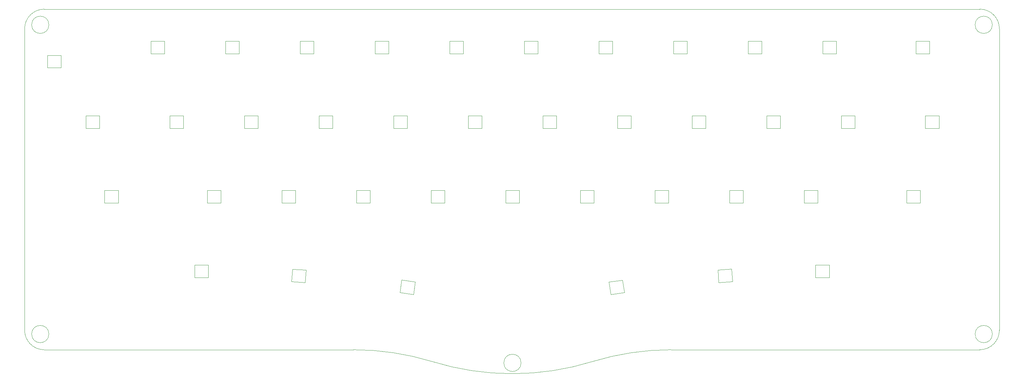
<source format=gbr>
G04 #@! TF.GenerationSoftware,KiCad,Pcbnew,8.0.2-1*
G04 #@! TF.CreationDate,2024-07-03T19:50:58+09:00*
G04 #@! TF.ProjectId,lagoon,6c61676f-6f6e-42e6-9b69-6361645f7063,rev?*
G04 #@! TF.SameCoordinates,Original*
G04 #@! TF.FileFunction,Profile,NP*
%FSLAX46Y46*%
G04 Gerber Fmt 4.6, Leading zero omitted, Abs format (unit mm)*
G04 Created by KiCad (PCBNEW 8.0.2-1) date 2024-07-03 19:50:58*
%MOMM*%
%LPD*%
G01*
G04 APERTURE LIST*
G04 #@! TA.AperFunction,Profile*
%ADD10C,0.100000*%
G04 #@! TD*
G04 #@! TA.AperFunction,Profile*
%ADD11C,0.120000*%
G04 #@! TD*
G04 #@! TA.AperFunction,Profile*
%ADD12C,0.010000*%
G04 #@! TD*
G04 APERTURE END LIST*
D10*
X17673377Y-99642387D02*
G75*
G02*
X12670570Y-94631247I12253J5015047D01*
G01*
X12668750Y-17668716D02*
G75*
G02*
X17673445Y-12668748I5035780J-35844D01*
G01*
X256561045Y-12668750D02*
X17673445Y-12668750D01*
X261554244Y-94631249D02*
X261554244Y-17668664D01*
X261554243Y-94631249D02*
G75*
G02*
X256560952Y-99629754I-4985543J-12951D01*
G01*
X137192421Y-105748070D02*
G75*
G02*
X116713517Y-102645805I-75121J68648670D01*
G01*
X177748897Y-99631249D02*
X256560952Y-99629720D01*
X17673377Y-99642388D02*
X96635945Y-99642388D01*
X96635945Y-99634328D02*
G75*
G02*
X116713513Y-102645819I-45J-68434472D01*
G01*
X157671326Y-102645809D02*
G75*
G02*
X137192421Y-105748066I-20403726J65546209D01*
G01*
X157671326Y-102645809D02*
G75*
G02*
X177748897Y-99634328I20077474J-65422291D01*
G01*
X256561045Y-12668750D02*
G75*
G02*
X261554230Y-17668664I11555J-4981650D01*
G01*
X12664720Y-17668716D02*
X12668750Y-94631248D01*
D11*
X159285436Y-20831233D02*
X162785436Y-20831233D01*
X159285436Y-24031233D02*
X159285436Y-20831233D01*
X162785436Y-20831233D02*
X162785436Y-24031233D01*
X162785436Y-24031233D02*
X159285436Y-24031233D01*
D12*
X18868750Y-16668750D02*
G75*
G02*
X14468750Y-16668750I-2200000J0D01*
G01*
X14468750Y-16668750D02*
G75*
G02*
X18868750Y-16668750I2200000J0D01*
G01*
D11*
X161868790Y-82338857D02*
X165334728Y-81851751D01*
X162314144Y-85507715D02*
X161868790Y-82338857D01*
X165334728Y-81851751D02*
X165780082Y-85020609D01*
X165780082Y-85020609D02*
X162314144Y-85507715D01*
X211672936Y-58931233D02*
X215172936Y-58931233D01*
X211672936Y-62131233D02*
X211672936Y-58931233D01*
X215172936Y-58931233D02*
X215172936Y-62131233D01*
X215172936Y-62131233D02*
X211672936Y-62131233D01*
X135472936Y-58931233D02*
X138972936Y-58931233D01*
X135472936Y-62131233D02*
X135472936Y-58931233D01*
X138972936Y-58931233D02*
X138972936Y-62131233D01*
X138972936Y-62131233D02*
X135472936Y-62131233D01*
X178335436Y-20831233D02*
X181835436Y-20831233D01*
X178335436Y-24031233D02*
X178335436Y-20831233D01*
X181835436Y-20831233D02*
X181835436Y-24031233D01*
X181835436Y-24031233D02*
X178335436Y-24031233D01*
X102135436Y-20831233D02*
X105635436Y-20831233D01*
X102135436Y-24031233D02*
X102135436Y-20831233D01*
X105635436Y-20831233D02*
X105635436Y-24031233D01*
X105635436Y-24031233D02*
X102135436Y-24031233D01*
X116422936Y-58931233D02*
X119922936Y-58931233D01*
X116422936Y-62131233D02*
X116422936Y-58931233D01*
X119922936Y-58931233D02*
X119922936Y-62131233D01*
X119922936Y-62131233D02*
X116422936Y-62131233D01*
X183097936Y-39881233D02*
X186597936Y-39881233D01*
X183097936Y-43081233D02*
X183097936Y-39881233D01*
X186597936Y-39881233D02*
X186597936Y-43081233D01*
X186597936Y-43081233D02*
X183097936Y-43081233D01*
X154522936Y-58931233D02*
X158022936Y-58931233D01*
X154522936Y-62131233D02*
X154522936Y-58931233D01*
X158022936Y-58931233D02*
X158022936Y-62131233D01*
X158022936Y-62131233D02*
X154522936Y-62131233D01*
X28316736Y-39881233D02*
X31816736Y-39881233D01*
X28316736Y-43081233D02*
X28316736Y-39881233D01*
X31816736Y-39881233D02*
X31816736Y-43081233D01*
X31816736Y-43081233D02*
X28316736Y-43081233D01*
X87847936Y-39881233D02*
X91347936Y-39881233D01*
X87847936Y-43081233D02*
X87847936Y-39881233D01*
X91347936Y-39881233D02*
X91347936Y-43081233D01*
X91347936Y-43081233D02*
X87847936Y-43081233D01*
X49747936Y-39881233D02*
X53247936Y-39881233D01*
X49747936Y-43081233D02*
X49747936Y-39881233D01*
X53247936Y-39881233D02*
X53247936Y-43081233D01*
X53247936Y-43081233D02*
X49747936Y-43081233D01*
X197385436Y-20831233D02*
X200885436Y-20831233D01*
X197385436Y-24031233D02*
X197385436Y-20831233D01*
X200885436Y-20831233D02*
X200885436Y-24031233D01*
X200885436Y-24031233D02*
X197385436Y-24031233D01*
X80829889Y-82244162D02*
X81053109Y-79051957D01*
X81053109Y-79051957D02*
X84544583Y-79296104D01*
X84321363Y-82488309D02*
X80829889Y-82244162D01*
X84544583Y-79296104D02*
X84321363Y-82488309D01*
X82972936Y-20831233D02*
X86472936Y-20831233D01*
X82972936Y-24031233D02*
X82972936Y-20831233D01*
X86472936Y-20831233D02*
X86472936Y-24031233D01*
X86472936Y-24031233D02*
X82972936Y-24031233D01*
X144997936Y-39881233D02*
X148497936Y-39881233D01*
X144997936Y-43081233D02*
X144997936Y-39881233D01*
X148497936Y-39881233D02*
X148497936Y-43081233D01*
X148497936Y-43081233D02*
X144997936Y-43081233D01*
D12*
X18868750Y-95631249D02*
G75*
G02*
X14468750Y-95631249I-2200000J0D01*
G01*
X14468750Y-95631249D02*
G75*
G02*
X18868750Y-95631249I2200000J0D01*
G01*
D11*
X44872936Y-20831233D02*
X48372936Y-20831233D01*
X44872936Y-24031233D02*
X44872936Y-20831233D01*
X48372936Y-20831233D02*
X48372936Y-24031233D01*
X48372936Y-24031233D02*
X44872936Y-24031233D01*
X242629236Y-39881233D02*
X246129236Y-39881233D01*
X242629236Y-43081233D02*
X242629236Y-39881233D01*
X246129236Y-39881233D02*
X246129236Y-43081233D01*
X246129236Y-43081233D02*
X242629236Y-43081233D01*
X221197936Y-39881233D02*
X224697936Y-39881233D01*
X221197936Y-43081233D02*
X221197936Y-39881233D01*
X224697936Y-39881233D02*
X224697936Y-43081233D01*
X224697936Y-43081233D02*
X221197936Y-43081233D01*
X33079236Y-58931233D02*
X36579236Y-58931233D01*
X33079236Y-62131233D02*
X33079236Y-58931233D01*
X36579236Y-58931233D02*
X36579236Y-62131233D01*
X36579236Y-62131233D02*
X33079236Y-62131233D01*
X240247936Y-20831233D02*
X243747936Y-20831233D01*
X240247936Y-24031233D02*
X240247936Y-20831233D01*
X243747936Y-20831233D02*
X243747936Y-24031233D01*
X243747936Y-24031233D02*
X240247936Y-24031233D01*
X140235436Y-20831233D02*
X143735436Y-20831233D01*
X140235436Y-24031233D02*
X140235436Y-20831233D01*
X143735436Y-20831233D02*
X143735436Y-24031233D01*
X143735436Y-24031233D02*
X140235436Y-24031233D01*
X173572936Y-58931233D02*
X177072936Y-58931233D01*
X173572936Y-62131233D02*
X173572936Y-58931233D01*
X177072936Y-58931233D02*
X177072936Y-62131233D01*
X177072936Y-62131233D02*
X173572936Y-62131233D01*
X214615536Y-77981233D02*
X218115536Y-77981233D01*
X214615536Y-81181233D02*
X214615536Y-77981233D01*
X218115536Y-77981233D02*
X218115536Y-81181233D01*
X218115536Y-81181233D02*
X214615536Y-81181233D01*
X18497936Y-24437533D02*
X21997936Y-24437533D01*
X18497936Y-27637533D02*
X18497936Y-24437533D01*
X21997936Y-24437533D02*
X21997936Y-27637533D01*
X21997936Y-27637533D02*
X18497936Y-27637533D01*
X78322936Y-58931233D02*
X81822936Y-58931233D01*
X78322936Y-62131233D02*
X78322936Y-58931233D01*
X81822936Y-58931233D02*
X81822936Y-62131233D01*
X81822936Y-62131233D02*
X78322936Y-62131233D01*
D12*
X139422985Y-102985806D02*
G75*
G02*
X135022985Y-102985806I-2200000J0D01*
G01*
X135022985Y-102985806D02*
G75*
G02*
X139422985Y-102985806I2200000J0D01*
G01*
D11*
X97372936Y-58931233D02*
X100872936Y-58931233D01*
X97372936Y-62131233D02*
X97372936Y-58931233D01*
X100872936Y-58931233D02*
X100872936Y-62131233D01*
X100872936Y-62131233D02*
X97372936Y-62131233D01*
X108513990Y-84995309D02*
X108959344Y-81826451D01*
X108959344Y-81826451D02*
X112425282Y-82313557D01*
X111979928Y-85482415D02*
X108513990Y-84995309D01*
X112425282Y-82313557D02*
X111979928Y-85482415D01*
D12*
X259760945Y-95631249D02*
G75*
G02*
X255360945Y-95631249I-2200000J0D01*
G01*
X255360945Y-95631249D02*
G75*
G02*
X259760945Y-95631249I2200000J0D01*
G01*
D11*
X56074736Y-77981233D02*
X59574736Y-77981233D01*
X56074736Y-81181233D02*
X56074736Y-77981233D01*
X59574736Y-77981233D02*
X59574736Y-81181233D01*
X59574736Y-81181233D02*
X56074736Y-81181233D01*
X121185436Y-20831233D02*
X124685436Y-20831233D01*
X121185436Y-24031233D02*
X121185436Y-20831233D01*
X124685436Y-20831233D02*
X124685436Y-24031233D01*
X124685436Y-24031233D02*
X121185436Y-24031233D01*
X125947936Y-39881233D02*
X129447936Y-39881233D01*
X125947936Y-43081233D02*
X125947936Y-39881233D01*
X129447936Y-39881233D02*
X129447936Y-43081233D01*
X129447936Y-43081233D02*
X125947936Y-43081233D01*
X106897936Y-39881233D02*
X110397936Y-39881233D01*
X106897936Y-43081233D02*
X106897936Y-39881233D01*
X110397936Y-39881233D02*
X110397936Y-43081233D01*
X110397936Y-43081233D02*
X106897936Y-43081233D01*
X59272936Y-58931233D02*
X62772936Y-58931233D01*
X59272936Y-62131233D02*
X59272936Y-58931233D01*
X62772936Y-58931233D02*
X62772936Y-62131233D01*
X62772936Y-62131233D02*
X59272936Y-62131233D01*
X202147936Y-39881233D02*
X205647936Y-39881233D01*
X202147936Y-43081233D02*
X202147936Y-39881233D01*
X205647936Y-39881233D02*
X205647936Y-43081233D01*
X205647936Y-43081233D02*
X202147936Y-43081233D01*
D12*
X259754244Y-16668750D02*
G75*
G02*
X255354244Y-16668750I-2200000J0D01*
G01*
X255354244Y-16668750D02*
G75*
G02*
X259754244Y-16668750I2200000J0D01*
G01*
D11*
X192622936Y-58931233D02*
X196122936Y-58931233D01*
X192622936Y-62131233D02*
X192622936Y-58931233D01*
X196122936Y-58931233D02*
X196122936Y-62131233D01*
X196122936Y-62131233D02*
X192622936Y-62131233D01*
X189678389Y-79257704D02*
X193169863Y-79013557D01*
X189901609Y-82449909D02*
X189678389Y-79257704D01*
X193169863Y-79013557D02*
X193393083Y-82205762D01*
X193393083Y-82205762D02*
X189901609Y-82449909D01*
X68797936Y-39881233D02*
X72297936Y-39881233D01*
X68797936Y-43081233D02*
X68797936Y-39881233D01*
X72297936Y-39881233D02*
X72297936Y-43081233D01*
X72297936Y-43081233D02*
X68797936Y-43081233D01*
X164047936Y-39881233D02*
X167547936Y-39881233D01*
X164047936Y-43081233D02*
X164047936Y-39881233D01*
X167547936Y-39881233D02*
X167547936Y-43081233D01*
X167547936Y-43081233D02*
X164047936Y-43081233D01*
X216435436Y-20831233D02*
X219935436Y-20831233D01*
X216435436Y-24031233D02*
X216435436Y-20831233D01*
X219935436Y-20831233D02*
X219935436Y-24031233D01*
X219935436Y-24031233D02*
X216435436Y-24031233D01*
X237866736Y-58931233D02*
X241366736Y-58931233D01*
X237866736Y-62131233D02*
X237866736Y-58931233D01*
X241366736Y-58931233D02*
X241366736Y-62131233D01*
X241366736Y-62131233D02*
X237866736Y-62131233D01*
X63922936Y-20831233D02*
X67422936Y-20831233D01*
X63922936Y-24031233D02*
X63922936Y-20831233D01*
X67422936Y-20831233D02*
X67422936Y-24031233D01*
X67422936Y-24031233D02*
X63922936Y-24031233D01*
M02*

</source>
